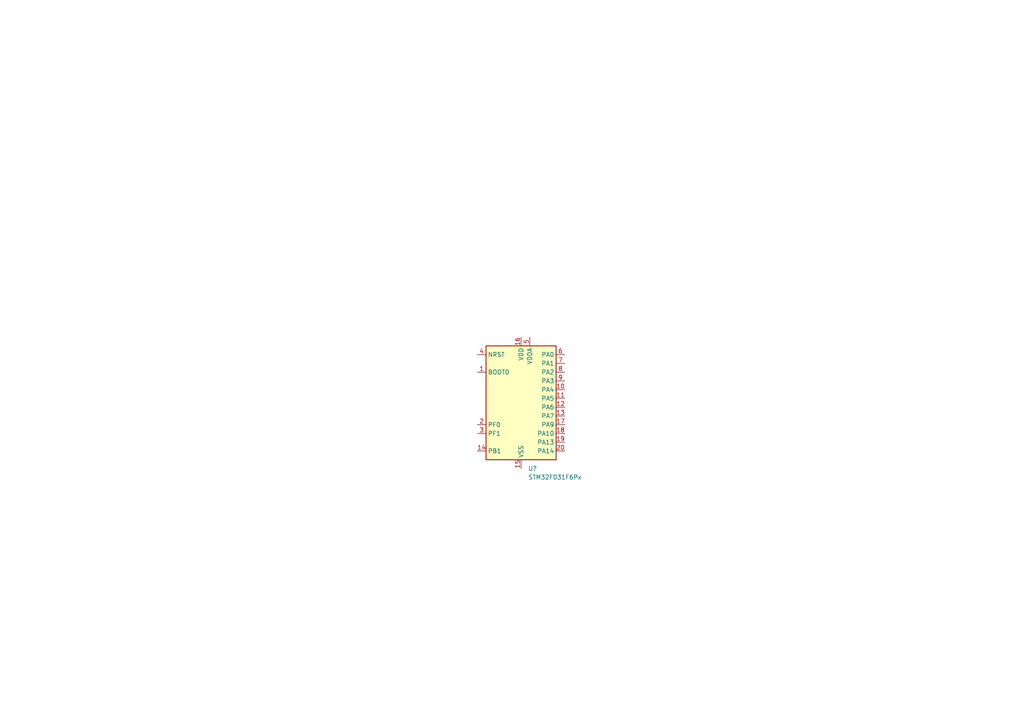
<source format=kicad_sch>
(kicad_sch (version 20211123) (generator eeschema)
  (paper "A4")
  (lib_symbols
    (symbol "MCU_ST_STM32F0:STM32F031F6Px"
      (property "Reference" "U" (at -10.16 16.51 0))
      (property "Value" "STM32F031F6Px" (at 5.08 16.51 0))
      (symbol "STM32F031F6Px_0_1"
        (rectangle (start -10.16 -17.78) (end 10.16 15.24) (stroke (width 0.254)) (fill (type background)))
      )
      (symbol "STM32F031F6Px_1_1"
        (pin input line (at -12.7 7.62 0) (length 2.54) (name "BOOT0") (number "1"))
        (pin bidirectional line (at 12.7 2.54 180) (length 2.54) (name "PA4") (number "10"))
        (pin bidirectional line (at 12.7 0 180) (length 2.54) (name "PA5") (number "11"))
        (pin bidirectional line (at 12.7 -2.54 180) (length 2.54) (name "PA6") (number "12"))
        (pin bidirectional line (at 12.7 -5.08 180) (length 2.54) (name "PA7") (number "13"))
        (pin bidirectional line (at -12.7 -15.24 0) (length 2.54) (name "PB1") (number "14"))
        (pin power_in line (at 0 -20.32 90) (length 2.54) (name "VSS") (number "15"))
        (pin power_in line (at 0 17.78 270) (length 2.54) (name "VDD") (number "16"))
        (pin bidirectional line (at 12.7 -7.62 180) (length 2.54) (name "PA9") (number "17"))
        (pin bidirectional line (at 12.7 -10.16 180) (length 2.54) (name "PA10") (number "18"))
        (pin bidirectional line (at 12.7 -12.7 180) (length 2.54) (name "PA13") (number "19"))
        (pin input line (at -12.7 -7.62 0) (length 2.54) (name "PF0") (number "2"))
        (pin bidirectional line (at 12.7 -15.24 180) (length 2.54) (name "PA14") (number "20"))
        (pin input line (at -12.7 -10.16 0) (length 2.54) (name "PF1") (number "3"))
        (pin input line (at -12.7 12.7 0) (length 2.54) (name "NRST") (number "4"))
        (pin power_in line (at 2.54 17.78 270) (length 2.54) (name "VDDA") (number "5"))
        (pin bidirectional line (at 12.7 12.7 180) (length 2.54) (name "PA0") (number "6"))
        (pin bidirectional line (at 12.7 10.16 180) (length 2.54) (name "PA1") (number "7"))
        (pin bidirectional line (at 12.7 7.62 180) (length 2.54) (name "PA2") (number "8"))
        (pin bidirectional line (at 12.7 5.08 180) (length 2.54) (name "PA3") (number "9"))
      )
    )
  )
  (symbol (lib_id "MCU_ST_STM32F0:STM32F031F6Px") (at 151.13 115.57 0) (unit 1)
    (property "Reference" "U?" (at 153.1494 135.89 0) (effects (justify left)))
    (property "Value" "STM32F031F6Px" (at 153.1494 138.43 0) (effects (justify left)))
    (property "Footprint" "Package_SO:TSSOP-20_4.4x6.5mm_P0.65mm" (effects hide))
    (property "Datasheet" "http://www.st.com/st-web-ui/static/active/en/resource/technical/document/datasheet/DM00104043.pdf" (effects hide))
  )
)
</source>
